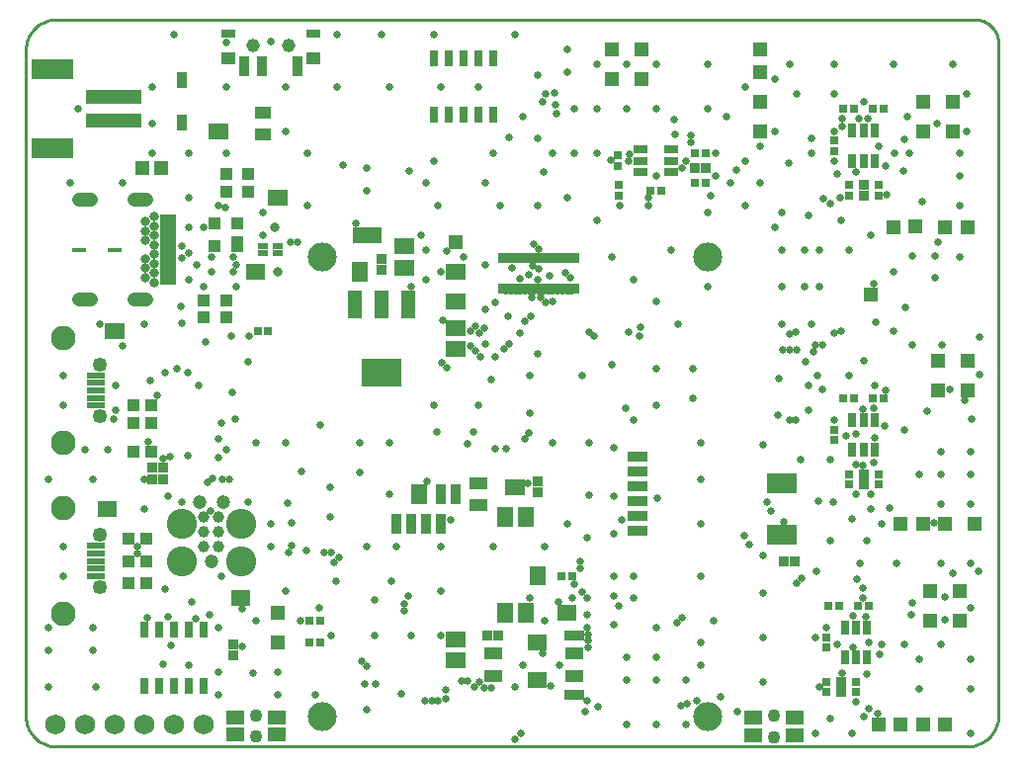
<source format=gbr>
G04 EAGLE Gerber RS-274X export*
G75*
%MOMM*%
%FSLAX34Y34*%
%LPD*%
%INSoldermask Top*%
%IPPOS*%
%AMOC8*
5,1,8,0,0,1.08239X$1,22.5*%
G01*
%ADD10C,2.489200*%
%ADD11R,1.503200X1.103200*%
%ADD12R,0.838200X1.473200*%
%ADD13R,1.473200X0.838200*%
%ADD14R,0.433200X0.903200*%
%ADD15R,0.400800X0.710800*%
%ADD16R,7.010400X0.965200*%
%ADD17R,1.153200X2.353200*%
%ADD18R,3.453200X2.353200*%
%ADD19R,1.653200X1.353200*%
%ADD20R,0.823200X0.823200*%
%ADD21R,0.482600X1.778000*%
%ADD22R,0.711200X1.473200*%
%ADD23C,0.990600*%
%ADD24C,1.193800*%
%ADD25C,2.578100*%
%ADD26R,0.703200X0.703200*%
%ADD27R,4.803200X1.203200*%
%ADD28R,3.603200X1.803200*%
%ADD29R,0.903200X1.403200*%
%ADD30R,1.403200X1.003200*%
%ADD31R,0.903200X1.703200*%
%ADD32R,1.203200X0.803200*%
%ADD33R,1.203200X1.003200*%
%ADD34C,1.153200*%
%ADD35R,1.353200X1.653200*%
%ADD36R,1.603200X1.253200*%
%ADD37C,1.103200*%
%ADD38C,1.727200*%
%ADD39R,1.153200X1.203200*%
%ADD40R,1.003200X1.003200*%
%ADD41R,1.203200X0.403200*%
%ADD42R,1.403200X0.503200*%
%ADD43C,0.807200*%
%ADD44C,1.203200*%
%ADD45R,0.903200X0.503200*%
%ADD46R,1.303200X0.803200*%
%ADD47R,1.203200X1.203200*%
%ADD48R,0.803200X1.303200*%
%ADD49R,1.103200X1.403200*%
%ADD50R,1.103200X1.003200*%
%ADD51R,1.553200X0.603200*%
%ADD52C,1.253200*%
%ADD53C,2.103200*%
%ADD54C,0.657200*%
%ADD55C,0.254000*%


D10*
X25400Y25400D03*
X355600Y25400D03*
X355600Y419100D03*
X25400Y419100D03*
D11*
X241300Y60350D03*
X241300Y79350D03*
X158750Y225400D03*
X158750Y206400D03*
X171450Y60350D03*
X171450Y79350D03*
D12*
X205486Y57150D03*
X213614Y57150D03*
D13*
X209550Y141986D03*
X209550Y150114D03*
D12*
X213614Y88900D03*
X205486Y88900D03*
X239014Y114300D03*
X230886Y114300D03*
D13*
X107950Y219964D03*
X107950Y211836D03*
D12*
X194564Y222250D03*
X186436Y222250D03*
D14*
X182820Y418680D03*
X182820Y391580D03*
X186820Y418680D03*
X186820Y391580D03*
X190820Y418680D03*
X190820Y391580D03*
X194820Y418680D03*
X194820Y391580D03*
X198820Y418680D03*
X198820Y391580D03*
X202820Y418680D03*
X202820Y391580D03*
X206820Y418680D03*
X206820Y391580D03*
X210820Y418680D03*
X210820Y391580D03*
X214820Y418680D03*
X214820Y391580D03*
X218820Y418680D03*
X218820Y391580D03*
X222820Y418680D03*
X222820Y391580D03*
X226820Y418680D03*
X226820Y391580D03*
X230820Y418680D03*
X230820Y391580D03*
X234820Y418680D03*
X234820Y391580D03*
X238820Y418680D03*
X238820Y391580D03*
D15*
X243570Y418680D03*
X178070Y418680D03*
X178070Y391580D03*
X243570Y391580D03*
D16*
X210820Y391668D03*
X210820Y418592D03*
D17*
X99200Y378250D03*
X76200Y378250D03*
X53200Y378250D03*
D18*
X76200Y320250D03*
D19*
X139700Y340250D03*
X139700Y358250D03*
D13*
X57150Y410464D03*
X57150Y402336D03*
D19*
X95250Y428100D03*
X95250Y410100D03*
D20*
X76200Y417250D03*
X76200Y408250D03*
D12*
X135636Y406400D03*
X143764Y406400D03*
D21*
X429100Y225200D03*
X424100Y225200D03*
X419100Y225200D03*
X414100Y225200D03*
X409100Y225200D03*
X409100Y181200D03*
X414100Y181200D03*
X419100Y181200D03*
X424100Y181200D03*
X429100Y181200D03*
D20*
X420950Y158750D03*
X429950Y158750D03*
D22*
X171450Y589280D03*
X171450Y541020D03*
X158750Y589280D03*
X158750Y541020D03*
X146050Y589280D03*
X146050Y541020D03*
X133350Y589280D03*
X133350Y541020D03*
X120650Y589280D03*
X120650Y541020D03*
X-127000Y52070D03*
X-127000Y100330D03*
X-114300Y52070D03*
X-114300Y100330D03*
X-101600Y52070D03*
X-101600Y100330D03*
X-88900Y52070D03*
X-88900Y100330D03*
X-76200Y52070D03*
X-76200Y100330D03*
D23*
X-63500Y171450D03*
X-63500Y184150D03*
X-63500Y196850D03*
X-76200Y196850D03*
X-76200Y184150D03*
X-76200Y171450D03*
D24*
X-69850Y158750D03*
X-80000Y209550D03*
X-59700Y209550D03*
D25*
X-95250Y158750D03*
X-95250Y190500D03*
X-44450Y190500D03*
X-44450Y158750D03*
D26*
X23550Y88900D03*
X14550Y88900D03*
X23550Y107950D03*
X14550Y107950D03*
D27*
X-153500Y536100D03*
X-153500Y556100D03*
D28*
X-205500Y512100D03*
X-205500Y580100D03*
D29*
X-95250Y533950D03*
X-95250Y570950D03*
D30*
X-25400Y524400D03*
X-25400Y542400D03*
D31*
X-41296Y582702D03*
X-26296Y582702D03*
X3704Y582702D03*
D32*
X-55296Y610202D03*
D33*
X-55296Y589202D03*
D32*
X17704Y610202D03*
D33*
X17704Y589202D03*
D34*
X-33796Y600202D03*
X-3796Y600202D03*
D12*
X135636Y381000D03*
X143764Y381000D03*
X55372Y438150D03*
X63500Y438150D03*
X71628Y438150D03*
D35*
X199500Y114300D03*
X181500Y114300D03*
X181500Y196850D03*
X199500Y196850D03*
D19*
X139700Y91550D03*
X139700Y73550D03*
D20*
X236800Y44450D03*
X245800Y44450D03*
X236800Y95250D03*
X245800Y95250D03*
X139700Y220400D03*
X139700Y211400D03*
X127000Y220400D03*
X127000Y211400D03*
X114300Y195000D03*
X114300Y186000D03*
X101600Y195000D03*
X101600Y186000D03*
X88900Y195000D03*
X88900Y186000D03*
X127000Y195000D03*
X127000Y186000D03*
X209550Y226750D03*
X209550Y217750D03*
X299902Y184404D03*
X290902Y184404D03*
X299902Y197104D03*
X290902Y197104D03*
X299902Y247904D03*
X290902Y247904D03*
X299902Y235204D03*
X290902Y235204D03*
X299902Y222504D03*
X290902Y222504D03*
X299902Y209804D03*
X290902Y209804D03*
X175950Y95250D03*
X166950Y95250D03*
D26*
X230450Y146050D03*
X239450Y146050D03*
D36*
X-49496Y24776D03*
X-13496Y24776D03*
X-49496Y10276D03*
X-13496Y10276D03*
D37*
X-31496Y8526D03*
X-31496Y26526D03*
D20*
X-50800Y87050D03*
X-50800Y78050D03*
D12*
X-48514Y127000D03*
X-40386Y127000D03*
D38*
X-127000Y19050D03*
X-152400Y19050D03*
X-76200Y19050D03*
X-101600Y19050D03*
X-177800Y19050D03*
X-203200Y19050D03*
D39*
X-112650Y495300D03*
X-128650Y495300D03*
D40*
X-38100Y475100D03*
X-38100Y490100D03*
X-57150Y382150D03*
X-57150Y367150D03*
D41*
X-152400Y425450D03*
X-183400Y425450D03*
D42*
X-106600Y452950D03*
X-106600Y447950D03*
X-106600Y442950D03*
X-106600Y437950D03*
X-106600Y432950D03*
X-106600Y427950D03*
X-106600Y422950D03*
X-106600Y417950D03*
X-106600Y412950D03*
X-106600Y407950D03*
X-106600Y402950D03*
X-106600Y397950D03*
D43*
X-119100Y397450D03*
X-126100Y401450D03*
X-126100Y409450D03*
X-119100Y405450D03*
X-119100Y413450D03*
X-126100Y417450D03*
X-119100Y421450D03*
X-119100Y429450D03*
X-126100Y433450D03*
X-119100Y437450D03*
X-126100Y441450D03*
X-126100Y449450D03*
X-119100Y445450D03*
X-119100Y453450D03*
D44*
X-125600Y468150D02*
X-135600Y468150D01*
X-135600Y382750D02*
X-125600Y382750D01*
X-172900Y382750D02*
X-182900Y382750D01*
X-182900Y468150D02*
X-172900Y468150D01*
D40*
X-57150Y490100D03*
X-57150Y475100D03*
X-76200Y367150D03*
X-76200Y382150D03*
D12*
X-67564Y527050D03*
X-59436Y527050D03*
X-16764Y469900D03*
X-8636Y469900D03*
D26*
X-20900Y355600D03*
X-29900Y355600D03*
D20*
X-111324Y228600D03*
X-120324Y228600D03*
X-111070Y239014D03*
X-120070Y239014D03*
D12*
X-35814Y406400D03*
X-27686Y406400D03*
D45*
X-12800Y422700D03*
X-12800Y428200D03*
X-25300Y428200D03*
X-25300Y422700D03*
D46*
X324150Y511150D03*
X324150Y501650D03*
X324150Y492150D03*
X298150Y492150D03*
X298150Y501650D03*
X298150Y511150D03*
D26*
X279400Y471750D03*
X279400Y480750D03*
X278130Y506404D03*
X278130Y497404D03*
X344750Y508000D03*
X353750Y508000D03*
X315650Y476250D03*
X306650Y476250D03*
X353750Y482600D03*
X344750Y482600D03*
D20*
X353750Y495300D03*
X344750Y495300D03*
D47*
X400050Y577850D03*
X400050Y552450D03*
X400050Y596900D03*
X273050Y596900D03*
X298450Y596900D03*
X298450Y571500D03*
X400050Y527050D03*
X273050Y571500D03*
D48*
X498450Y501350D03*
X488950Y501350D03*
X479450Y501350D03*
X479450Y527350D03*
X488950Y527350D03*
X498450Y527350D03*
D26*
X471750Y546100D03*
X480750Y546100D03*
X506150Y546100D03*
X497150Y546100D03*
X501650Y480750D03*
X501650Y471750D03*
X463550Y509850D03*
X463550Y518850D03*
X476250Y471750D03*
X476250Y480750D03*
D20*
X488950Y471750D03*
X488950Y480750D03*
D47*
X533400Y445262D03*
X558800Y444500D03*
X577850Y444500D03*
X565150Y552450D03*
X565150Y527050D03*
X539750Y527050D03*
X514350Y444500D03*
X539750Y552450D03*
D48*
X498450Y253700D03*
X488950Y253700D03*
X479450Y253700D03*
X479450Y279700D03*
X488950Y279700D03*
X498450Y279700D03*
D26*
X471750Y298450D03*
X480750Y298450D03*
X506150Y298450D03*
X497150Y298450D03*
X501650Y233100D03*
X501650Y224100D03*
X463550Y262200D03*
X463550Y271200D03*
X476250Y233100D03*
X476250Y224100D03*
D20*
X488950Y224100D03*
X488950Y233100D03*
D47*
X558800Y190500D03*
X539750Y190500D03*
X584200Y190500D03*
X577850Y330200D03*
X577850Y304800D03*
X552450Y304800D03*
X520700Y190500D03*
X552450Y330200D03*
D48*
X492100Y75900D03*
X482600Y75900D03*
X473100Y75900D03*
X473100Y101900D03*
X482600Y101900D03*
X492100Y101900D03*
D26*
X459050Y120650D03*
X468050Y120650D03*
X493450Y120650D03*
X484450Y120650D03*
X482600Y55300D03*
X482600Y46300D03*
X457200Y84400D03*
X457200Y93400D03*
X457200Y46300D03*
X457200Y55300D03*
D20*
X469900Y46300D03*
X469900Y55300D03*
D47*
X539750Y19050D03*
X520700Y19050D03*
X558800Y19050D03*
X571500Y133350D03*
X571500Y107950D03*
X546100Y107950D03*
X501650Y19050D03*
X546100Y133350D03*
X139700Y431800D03*
X495300Y387350D03*
X-12700Y88900D03*
X-12700Y114300D03*
D49*
X-47150Y430150D03*
D50*
X-47150Y448150D03*
X-67150Y448150D03*
X-67150Y428150D03*
D51*
X-168850Y171750D03*
X-168850Y165250D03*
X-168850Y158750D03*
X-168850Y152250D03*
X-168850Y145750D03*
D52*
X-165600Y181000D03*
X-165600Y136500D03*
D53*
X-196850Y203750D03*
X-196850Y113750D03*
D51*
X-168850Y317800D03*
X-168850Y311300D03*
X-168850Y304800D03*
X-168850Y298300D03*
X-168850Y291800D03*
D52*
X-165600Y327050D03*
X-165600Y282550D03*
D53*
X-196850Y349800D03*
X-196850Y259800D03*
D12*
X-148336Y355600D03*
X-156464Y355600D03*
X-154686Y203200D03*
X-162814Y203200D03*
D40*
X-140850Y139700D03*
X-125850Y139700D03*
X-140850Y158750D03*
X-125850Y158750D03*
X-140850Y177800D03*
X-125850Y177800D03*
X-136532Y252476D03*
X-121532Y252476D03*
X-136278Y276606D03*
X-121278Y276606D03*
X-136278Y291846D03*
X-121278Y291846D03*
D36*
X394242Y24268D03*
X430242Y24268D03*
X394242Y9768D03*
X430242Y9768D03*
D37*
X412242Y8018D03*
X412242Y26018D03*
D54*
X42672Y497840D03*
X381000Y29972D03*
X209550Y463550D03*
X234950Y469900D03*
X171450Y508000D03*
X241300Y508000D03*
X196850Y539750D03*
X158750Y565150D03*
X127000Y565150D03*
X190500Y609600D03*
X120650Y609600D03*
X76200Y609600D03*
X38100Y609600D03*
X82550Y565150D03*
X38100Y565150D03*
X-6350Y565150D03*
X-19050Y603504D03*
X-57150Y603250D03*
X-57150Y565150D03*
X-101600Y609600D03*
X-57150Y508000D03*
X-6350Y527050D03*
X12700Y463550D03*
X12700Y508000D03*
X63500Y495300D03*
X63500Y476250D03*
X120650Y501650D03*
X114300Y425450D03*
X165100Y412750D03*
X188214Y409702D03*
X219964Y403352D03*
X204216Y368046D03*
X209550Y336550D03*
X203200Y285750D03*
X203200Y317500D03*
X247650Y317500D03*
X254000Y260350D03*
X222250Y260350D03*
X234950Y190500D03*
X215900Y171450D03*
X171450Y171450D03*
X127000Y171450D03*
X88900Y171450D03*
X63500Y171450D03*
X70358Y125476D03*
X127000Y133350D03*
X127000Y95250D03*
X69850Y95250D03*
X93218Y44704D03*
X190500Y50800D03*
X196850Y69850D03*
X228600Y69850D03*
X215900Y107950D03*
X203200Y127000D03*
X285750Y57150D03*
X311150Y57150D03*
X336550Y57150D03*
X349250Y69850D03*
X349250Y88900D03*
X311150Y76200D03*
X285750Y76200D03*
X311150Y101600D03*
X285750Y19050D03*
X311150Y19050D03*
X336550Y19050D03*
X19050Y44450D03*
X-12700Y44450D03*
X-63500Y44450D03*
X-63500Y63500D03*
X-12700Y63500D03*
X-63500Y101600D03*
X-88900Y69850D03*
X-104648Y86106D03*
X-209550Y50800D03*
X-168402Y50800D03*
X-171450Y82550D03*
X-209550Y82550D03*
X-209550Y101600D03*
X-171450Y101600D03*
X-196850Y146050D03*
X-196850Y171450D03*
X-196850Y292100D03*
X-196850Y317500D03*
X-209550Y228600D03*
X-171450Y228600D03*
X-177800Y254000D03*
X-158750Y254000D03*
X-127000Y228600D03*
X-127000Y203200D03*
X-95250Y209550D03*
X-38100Y209550D03*
X-19050Y190500D03*
X-19050Y171450D03*
X-6350Y133350D03*
X-31750Y107950D03*
X6350Y107950D03*
X82550Y215900D03*
X57150Y234950D03*
X31750Y196850D03*
X31750Y222250D03*
X-31750Y260350D03*
X-6350Y260350D03*
X-146050Y342900D03*
X-127000Y361950D03*
X-165100Y361950D03*
X-88900Y400050D03*
X-76200Y393700D03*
X-48514Y393700D03*
X-48260Y412750D03*
X-69850Y419100D03*
X-88900Y444500D03*
X-25400Y438150D03*
X-88900Y469900D03*
X-88900Y508000D03*
X-146050Y482600D03*
X-190500Y482600D03*
X-184150Y546100D03*
X-120650Y508000D03*
X-120650Y565150D03*
X-120650Y533400D03*
X330200Y361950D03*
X342900Y323850D03*
X311150Y381000D03*
X292100Y400050D03*
X273050Y419100D03*
X323850Y425450D03*
X355600Y393700D03*
X349250Y146050D03*
X349250Y190500D03*
X349250Y228600D03*
X349250Y260350D03*
X342900Y298450D03*
X311150Y323850D03*
X311150Y292100D03*
X292100Y279400D03*
X273558Y326898D03*
X184150Y368300D03*
X234950Y596900D03*
X234950Y577850D03*
X241300Y546100D03*
X165100Y482600D03*
X177800Y463550D03*
X209550Y520700D03*
X222250Y508000D03*
X146050Y419100D03*
X165100Y374650D03*
X128524Y364744D03*
X154686Y269240D03*
X123190Y268986D03*
X120650Y292100D03*
X158750Y292100D03*
X57150Y260350D03*
X82550Y260350D03*
X101600Y95250D03*
X63500Y31750D03*
X61976Y53594D03*
X-86106Y123444D03*
X-71628Y112776D03*
X-109220Y134366D03*
X185166Y521970D03*
X214884Y491744D03*
X292100Y146050D03*
X292100Y127000D03*
X-34036Y62484D03*
X281940Y193802D03*
X261874Y34036D03*
X-108966Y319786D03*
X-89916Y319786D03*
X-63754Y246888D03*
X-56896Y254000D03*
X279400Y120650D03*
X-121666Y313436D03*
X-151384Y309118D03*
X-74676Y346456D03*
X252476Y178816D03*
X251968Y112522D03*
X-60706Y276860D03*
X-104902Y248412D03*
X-52070Y303530D03*
X-95250Y362204D03*
X95250Y122158D03*
X32496Y165608D03*
X95250Y116348D03*
X26686Y165608D03*
X252476Y38608D03*
X-25400Y457200D03*
X-50800Y419100D03*
X-82550Y412750D03*
X114300Y400050D03*
X132080Y423926D03*
X312420Y212852D03*
X285496Y289560D03*
X-110744Y70104D03*
X-49276Y279908D03*
X-111252Y246126D03*
X275336Y214376D03*
X275336Y255524D03*
X33020Y94996D03*
X201168Y225552D03*
X275336Y145796D03*
X227584Y123952D03*
X135636Y193548D03*
X250444Y29464D03*
X220472Y51308D03*
X213868Y79248D03*
X275336Y129032D03*
X247904Y132080D03*
X239776Y127000D03*
X275336Y104140D03*
X252476Y127000D03*
X84328Y141732D03*
X37084Y141732D03*
X114808Y227076D03*
X491744Y61468D03*
X366776Y42672D03*
X209550Y400050D03*
X441965Y288285D03*
X448564Y149606D03*
X488279Y127230D03*
X485394Y537464D03*
X450850Y50800D03*
X470602Y62798D03*
X480060Y112014D03*
X488440Y240405D03*
X488696Y288544D03*
X287701Y501325D03*
X336550Y501650D03*
X460248Y464820D03*
X260350Y450850D03*
X304800Y463550D03*
X358394Y471424D03*
X387350Y463550D03*
X374650Y482600D03*
X387350Y501650D03*
X400050Y482600D03*
X327660Y523748D03*
X326390Y536702D03*
X260350Y508000D03*
X260350Y546100D03*
X260350Y584200D03*
X285750Y584200D03*
X285750Y546100D03*
X311150Y546100D03*
X311150Y584200D03*
X355600Y584200D03*
X355600Y546100D03*
X371602Y539750D03*
X387350Y565150D03*
X425450Y584200D03*
X463550Y584200D03*
X514350Y584200D03*
X565150Y584200D03*
X463550Y558800D03*
X463550Y527050D03*
X463550Y501650D03*
X444500Y508000D03*
X419100Y457200D03*
X419100Y425450D03*
X419100Y393700D03*
X419100Y361950D03*
X444500Y361950D03*
X438150Y393700D03*
X438150Y425450D03*
X450850Y425450D03*
X476250Y425450D03*
X450850Y393700D03*
X469900Y355600D03*
X488950Y330200D03*
X476250Y317500D03*
X442214Y309118D03*
X403098Y258572D03*
X409448Y201422D03*
X403098Y163322D03*
X403098Y131572D03*
X403098Y93472D03*
X403098Y55372D03*
X447548Y10922D03*
X479298Y10922D03*
X460248Y23622D03*
X493522Y32004D03*
X580898Y10922D03*
X580898Y49022D03*
X536448Y49022D03*
X536448Y74422D03*
X580898Y74422D03*
X555498Y87122D03*
X523748Y87122D03*
X493522Y88646D03*
X466598Y87122D03*
X504698Y87122D03*
X447548Y93472D03*
X530352Y122428D03*
X529844Y112268D03*
X558546Y108458D03*
X558546Y127508D03*
X580898Y118872D03*
X580898Y156972D03*
X555498Y156972D03*
X517398Y156972D03*
X485648Y156972D03*
X460248Y176022D03*
X491998Y176022D03*
X479298Y195072D03*
X495300Y203454D03*
X549148Y191008D03*
X511048Y203708D03*
X555498Y207772D03*
X555498Y233172D03*
X555498Y252222D03*
X580898Y252222D03*
X580898Y233172D03*
X580898Y207772D03*
X536448Y233172D03*
X523748Y271272D03*
X460248Y245872D03*
X434848Y245872D03*
X415798Y283972D03*
X498348Y309372D03*
X543560Y287020D03*
X562610Y306070D03*
X581660Y280670D03*
X588010Y318770D03*
X588010Y350520D03*
X556260Y344170D03*
X530860Y344170D03*
X524510Y375920D03*
X499110Y363220D03*
X549910Y401320D03*
X549910Y420370D03*
X530860Y420370D03*
X571246Y418846D03*
X571246Y463296D03*
X571246Y488696D03*
X571246Y507746D03*
X577596Y526796D03*
X577596Y558546D03*
X552196Y533146D03*
X526796Y539496D03*
X470408Y530860D03*
X466344Y490220D03*
X538988Y466852D03*
X469900Y450850D03*
X528574Y508000D03*
X524002Y519684D03*
X469138Y469646D03*
X439420Y329438D03*
X488950Y25400D03*
X500888Y28194D03*
X164576Y344424D03*
X163949Y358513D03*
X224282Y560070D03*
X209804Y574802D03*
X483616Y143002D03*
X435594Y144018D03*
X431800Y139700D03*
X488696Y135890D03*
X497327Y243327D03*
X345857Y38624D03*
X450342Y210058D03*
X406400Y209550D03*
X508000Y304800D03*
X212725Y384175D03*
X463337Y209337D03*
X504698Y190500D03*
X565150Y148606D03*
X587248Y149860D03*
X160782Y333756D03*
X160274Y354330D03*
X226060Y541528D03*
X214376Y551942D03*
X482854Y267716D03*
X507238Y274066D03*
X508000Y496790D03*
X337803Y36592D03*
X431006Y279400D03*
X431800Y339344D03*
X431038Y354838D03*
X470662Y537718D03*
X488950Y552450D03*
X216654Y380246D03*
X431800Y558800D03*
X412750Y444500D03*
X441960Y454660D03*
X552450Y431800D03*
X156194Y338328D03*
X156194Y359918D03*
X224790Y549656D03*
X216424Y558546D03*
X329020Y105786D03*
X523286Y492869D03*
X515171Y508000D03*
X501650Y514350D03*
X360426Y107950D03*
X495300Y438150D03*
X340725Y517398D03*
X332232Y34560D03*
X453390Y305816D03*
X453390Y343424D03*
X380238Y493776D03*
X355600Y457438D03*
X425450Y353044D03*
X425450Y339344D03*
X425450Y279400D03*
X272542Y502412D03*
X222250Y381000D03*
X400050Y514350D03*
X412750Y571500D03*
X152400Y342900D03*
X152400Y355600D03*
X419624Y339597D03*
X280114Y463552D03*
X311150Y488950D03*
X333248Y109982D03*
X449596Y317230D03*
X447834Y343408D03*
X514350Y406400D03*
X412750Y527050D03*
X514350Y355600D03*
X204922Y384612D03*
X445802Y337852D03*
X194564Y400812D03*
X173736Y379984D03*
X173736Y333248D03*
X149352Y259080D03*
X22860Y118364D03*
X206756Y429768D03*
X297688Y359156D03*
X252984Y84836D03*
X169672Y50292D03*
X113284Y39116D03*
X205232Y411480D03*
X287528Y355092D03*
X252984Y90424D03*
X164084Y50292D03*
X118872Y39116D03*
X210820Y425704D03*
X297180Y351028D03*
X252984Y96012D03*
X160020Y54864D03*
X124460Y39116D03*
X210820Y408940D03*
X198628Y363728D03*
X180848Y340360D03*
X-95504Y376428D03*
X169672Y313944D03*
X-38100Y329184D03*
X202184Y403860D03*
X194564Y354076D03*
X184912Y344424D03*
X35560Y157480D03*
X173736Y255016D03*
X237490Y401320D03*
X258064Y351028D03*
X240792Y139192D03*
X144272Y55880D03*
X59436Y72644D03*
X233172Y405892D03*
X254000Y355092D03*
X245872Y152400D03*
X149860Y55880D03*
X63500Y68580D03*
X251968Y101600D03*
X155956Y50800D03*
X71120Y53340D03*
X131826Y324612D03*
X127897Y328541D03*
X509111Y472871D03*
X482310Y38100D03*
X502553Y78881D03*
X482600Y215900D03*
X498602Y263906D03*
X495122Y216078D03*
X361950Y488950D03*
X361950Y508000D03*
X420624Y192532D03*
X341376Y523240D03*
X497332Y396240D03*
X424688Y499364D03*
X454660Y469392D03*
X575564Y296164D03*
X246380Y157988D03*
X131064Y48260D03*
X131064Y40640D03*
X195580Y11176D03*
X391160Y172482D03*
X-124968Y110236D03*
X202184Y268732D03*
X-106680Y213868D03*
X-107188Y110744D03*
X99060Y129032D03*
X-70104Y201168D03*
X-61468Y145796D03*
X198628Y263652D03*
X-83312Y109220D03*
X182372Y255016D03*
X39624Y161544D03*
X190500Y6350D03*
X387096Y180086D03*
X99822Y493014D03*
X124206Y463550D03*
X54356Y448056D03*
X109728Y437388D03*
X463550Y354330D03*
X127000Y406400D03*
X416306Y314960D03*
X101600Y393700D03*
X114300Y482600D03*
X275336Y182372D03*
X-43688Y85344D03*
X-43688Y117348D03*
X-1762Y431800D03*
X3794Y431800D03*
X-50800Y406400D03*
X-69850Y406400D03*
X-95250Y417950D03*
X-76200Y444229D03*
X-63500Y463550D03*
X-95250Y428228D03*
X-88900Y422672D03*
X-37592Y351028D03*
X-52832Y351028D03*
X-99060Y323088D03*
X333190Y495300D03*
X304800Y469900D03*
X288798Y507238D03*
X482600Y492310D03*
X492460Y537718D03*
X444500Y520700D03*
X482630Y241270D03*
X473710Y265684D03*
X463550Y279400D03*
X497332Y289306D03*
X479552Y85090D03*
X490982Y111252D03*
X457200Y101600D03*
X-151638Y287580D03*
X-153392Y280461D03*
X-57912Y461772D03*
X-133350Y171180D03*
X-133350Y165370D03*
X-762Y171958D03*
X-762Y191008D03*
X-54610Y228854D03*
X7620Y235204D03*
X-60166Y228600D03*
X-4064Y208280D03*
X-68604Y229846D03*
X-3318Y166302D03*
X-72787Y226171D03*
X11938Y167497D03*
D43*
X-12954Y406400D03*
X-15690Y444304D03*
D54*
X254000Y215392D03*
X23876Y274828D03*
X-63500Y263398D03*
X-90170Y248920D03*
X-115824Y300736D03*
X-80772Y309372D03*
X-123460Y260833D03*
D55*
X-228600Y25400D02*
X-228503Y23186D01*
X-228214Y20989D01*
X-227735Y18826D01*
X-227068Y16713D01*
X-226220Y14666D01*
X-225197Y12700D01*
X-224006Y10831D01*
X-222658Y9073D01*
X-221161Y7440D01*
X-219527Y5942D01*
X-217769Y4594D01*
X-215900Y3403D01*
X-213935Y2380D01*
X-211887Y1532D01*
X-209774Y865D01*
X-207611Y386D01*
X-205414Y97D01*
X-203200Y0D01*
X577850Y0D01*
X580174Y102D01*
X582481Y405D01*
X584753Y909D01*
X586972Y1608D01*
X589121Y2499D01*
X591185Y3573D01*
X593147Y4823D01*
X594993Y6240D01*
X596709Y7811D01*
X598280Y9527D01*
X599697Y11373D01*
X600947Y13335D01*
X602021Y15399D01*
X602912Y17548D01*
X603611Y19767D01*
X604115Y22039D01*
X604419Y24346D01*
X604520Y26670D01*
X604520Y602234D01*
X604444Y603983D01*
X604215Y605718D01*
X603836Y607427D01*
X603310Y609097D01*
X602640Y610714D01*
X601832Y612267D01*
X600891Y613743D01*
X599825Y615132D01*
X598643Y616423D01*
X597352Y617605D01*
X595963Y618671D01*
X594487Y619612D01*
X592934Y620420D01*
X591317Y621090D01*
X589647Y621616D01*
X587938Y621995D01*
X586203Y622224D01*
X584454Y622300D01*
X-203200Y622300D01*
X-205414Y622203D01*
X-207611Y621914D01*
X-209774Y621435D01*
X-211887Y620768D01*
X-213935Y619920D01*
X-215900Y618897D01*
X-217769Y617706D01*
X-219527Y616358D01*
X-221161Y614861D01*
X-222658Y613227D01*
X-224006Y611469D01*
X-225197Y609600D01*
X-226220Y607635D01*
X-227068Y605587D01*
X-227735Y603474D01*
X-228214Y601311D01*
X-228503Y599114D01*
X-228600Y596900D01*
X-228600Y25400D01*
M02*

</source>
